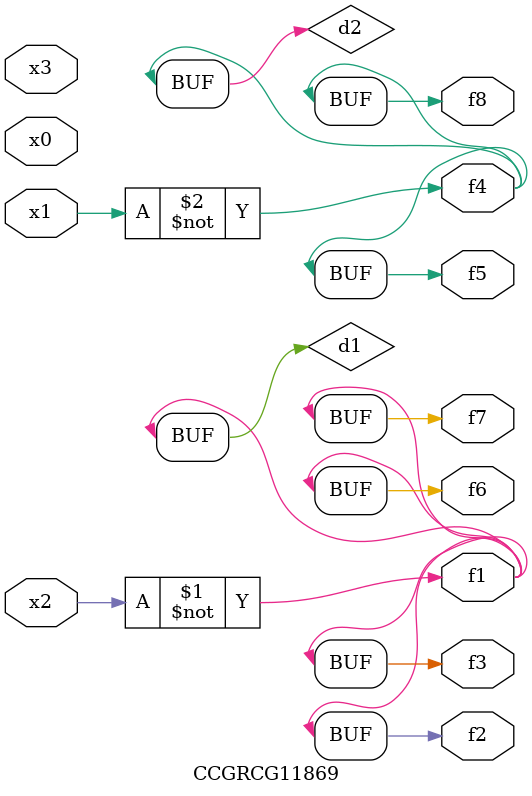
<source format=v>
module CCGRCG11869(
	input x0, x1, x2, x3,
	output f1, f2, f3, f4, f5, f6, f7, f8
);

	wire d1, d2;

	xnor (d1, x2);
	not (d2, x1);
	assign f1 = d1;
	assign f2 = d1;
	assign f3 = d1;
	assign f4 = d2;
	assign f5 = d2;
	assign f6 = d1;
	assign f7 = d1;
	assign f8 = d2;
endmodule

</source>
